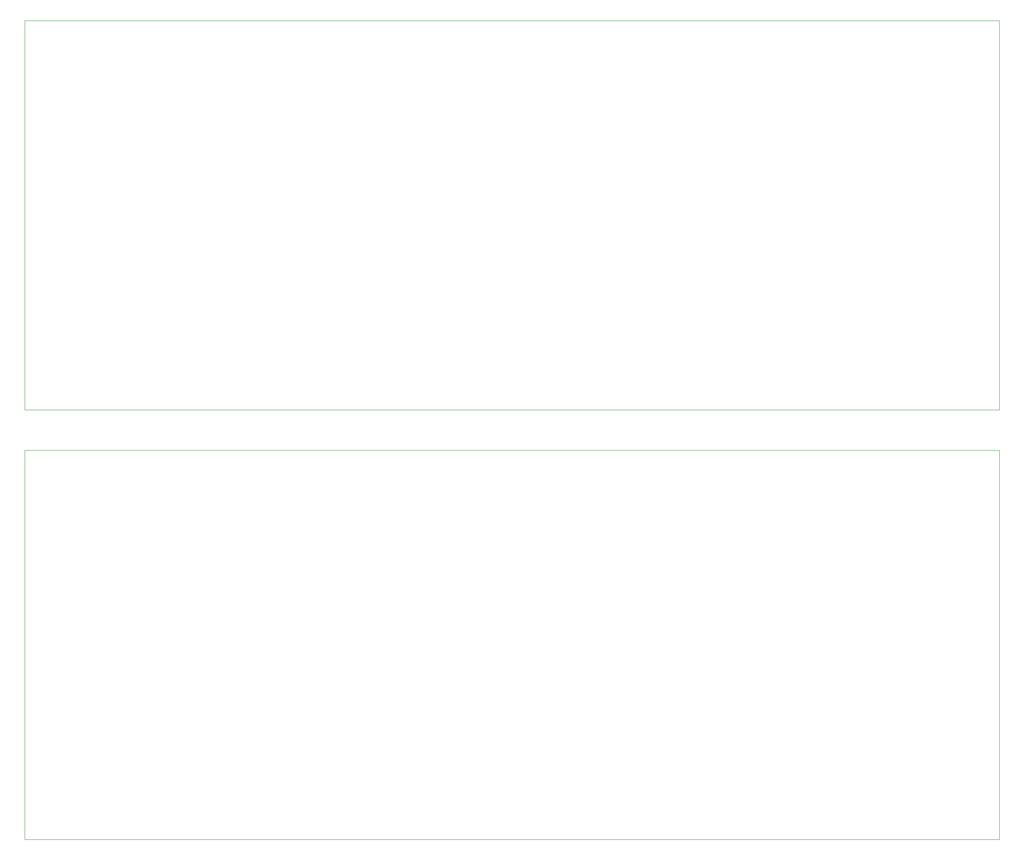
<source format=gbr>
G04 #@! TF.GenerationSoftware,KiCad,Pcbnew,5.1.4*
G04 #@! TF.CreationDate,2019-10-29T22:35:46-03:00*
G04 #@! TF.ProjectId,MCB19_panel,4d434231-395f-4706-916e-656c2e6b6963,rev?*
G04 #@! TF.SameCoordinates,Original*
G04 #@! TF.FileFunction,Profile,NP*
%FSLAX46Y46*%
G04 Gerber Fmt 4.6, Leading zero omitted, Abs format (unit mm)*
G04 Created by KiCad (PCBNEW 5.1.4) date 2019-10-29 22:35:46*
%MOMM*%
%LPD*%
G04 APERTURE LIST*
%ADD10C,0.100000*%
G04 APERTURE END LIST*
D10*
X47630000Y-110860000D02*
X47630000Y-192360000D01*
X251630000Y-110860000D02*
X47630000Y-110860000D01*
X251630000Y-192360000D02*
X251630000Y-110860000D01*
X47630000Y-192360000D02*
X251630000Y-192360000D01*
X251630000Y-20860000D02*
X47630000Y-20860000D01*
X251630000Y-102360000D02*
X251630000Y-20860000D01*
X47630000Y-102360000D02*
X251630000Y-102360000D01*
X47630000Y-20860000D02*
X47630000Y-102360000D01*
M02*

</source>
